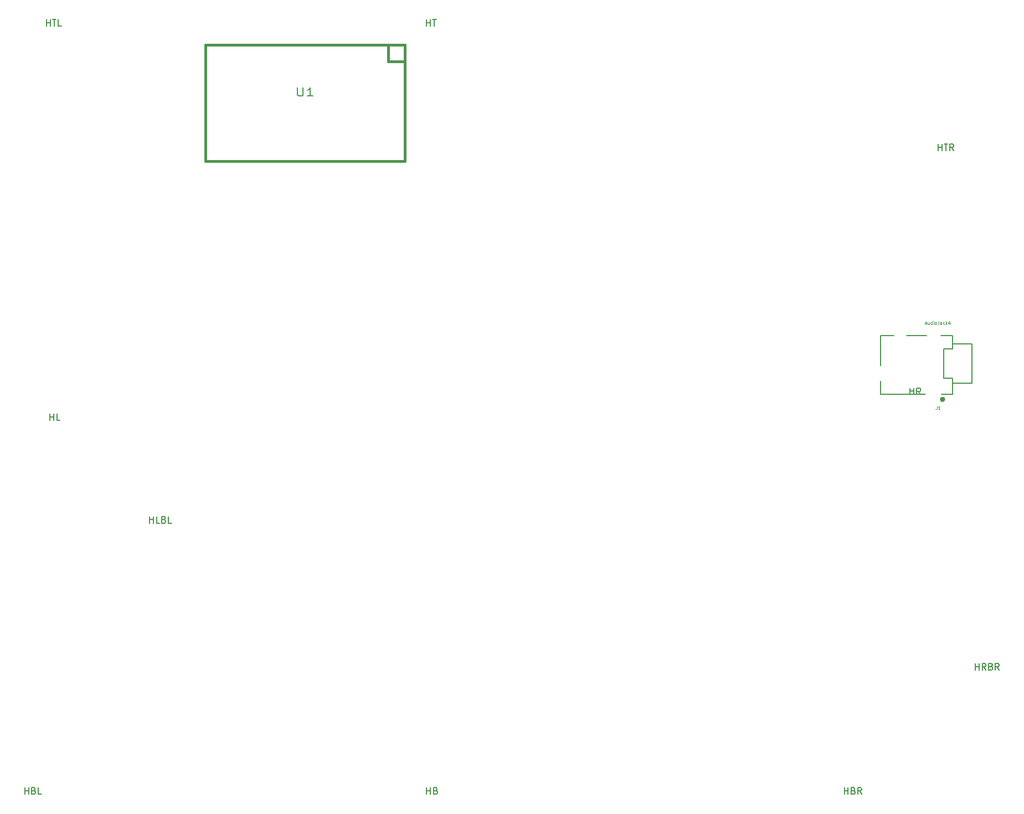
<source format=gbr>
G04 #@! TF.GenerationSoftware,KiCad,Pcbnew,(5.1.4-0-10_14)*
G04 #@! TF.CreationDate,2019-10-23T14:37:35-04:00*
G04 #@! TF.ProjectId,Nomad,4e6f6d61-642e-46b6-9963-61645f706362,rev?*
G04 #@! TF.SameCoordinates,Original*
G04 #@! TF.FileFunction,Legend,Top*
G04 #@! TF.FilePolarity,Positive*
%FSLAX46Y46*%
G04 Gerber Fmt 4.6, Leading zero omitted, Abs format (unit mm)*
G04 Created by KiCad (PCBNEW (5.1.4-0-10_14)) date 2019-10-23 14:37:35*
%MOMM*%
%LPD*%
G04 APERTURE LIST*
%ADD10C,0.400000*%
%ADD11C,0.127000*%
%ADD12C,0.381000*%
%ADD13C,0.150000*%
%ADD14C,0.050000*%
%ADD15C,0.203200*%
G04 APERTURE END LIST*
D10*
X168160000Y-78160000D02*
G75*
G03X168160000Y-78160000I-200000J0D01*
G01*
D11*
X162460000Y-68360000D02*
X165510000Y-68360000D01*
X158460000Y-68360000D02*
X160560000Y-68360000D01*
X158460000Y-73010000D02*
X158460000Y-68360000D01*
X158460000Y-77360000D02*
X158460000Y-75360000D01*
X165360000Y-77360000D02*
X158460000Y-77360000D01*
X172460000Y-75660000D02*
X169460000Y-75660000D01*
X172460000Y-69660000D02*
X172460000Y-75660000D01*
X169460000Y-69660000D02*
X172460000Y-69660000D01*
X169460000Y-68360000D02*
X167710000Y-68360000D01*
X169460000Y-69660000D02*
X169460000Y-68360000D01*
X169460000Y-70410000D02*
X169460000Y-69660000D01*
X168160000Y-70410000D02*
X169460000Y-70410000D01*
X168160000Y-74910000D02*
X168160000Y-70410000D01*
X169460000Y-74910000D02*
X168160000Y-74910000D01*
X169460000Y-75660000D02*
X169460000Y-74910000D01*
X169460000Y-77360000D02*
X169460000Y-75660000D01*
X167760000Y-77360000D02*
X169460000Y-77360000D01*
D12*
X83200000Y-26480000D02*
X83200000Y-23940000D01*
X85740000Y-26480000D02*
X83200000Y-26480000D01*
X55260000Y-41720000D02*
X85740000Y-41720000D01*
X55260000Y-23940000D02*
X55260000Y-41720000D01*
X85740000Y-23940000D02*
X55260000Y-23940000D01*
X85740000Y-41720000D02*
X85740000Y-23940000D01*
D13*
X46754761Y-97072380D02*
X46754761Y-96072380D01*
X46754761Y-96548571D02*
X47326190Y-96548571D01*
X47326190Y-97072380D02*
X47326190Y-96072380D01*
X48278571Y-97072380D02*
X47802380Y-97072380D01*
X47802380Y-96072380D01*
X48945238Y-96548571D02*
X49088095Y-96596190D01*
X49135714Y-96643809D01*
X49183333Y-96739047D01*
X49183333Y-96881904D01*
X49135714Y-96977142D01*
X49088095Y-97024761D01*
X48992857Y-97072380D01*
X48611904Y-97072380D01*
X48611904Y-96072380D01*
X48945238Y-96072380D01*
X49040476Y-96120000D01*
X49088095Y-96167619D01*
X49135714Y-96262857D01*
X49135714Y-96358095D01*
X49088095Y-96453333D01*
X49040476Y-96500952D01*
X48945238Y-96548571D01*
X48611904Y-96548571D01*
X50088095Y-97072380D02*
X49611904Y-97072380D01*
X49611904Y-96072380D01*
X89094285Y-138512380D02*
X89094285Y-137512380D01*
X89094285Y-137988571D02*
X89665714Y-137988571D01*
X89665714Y-138512380D02*
X89665714Y-137512380D01*
X90475238Y-137988571D02*
X90618095Y-138036190D01*
X90665714Y-138083809D01*
X90713333Y-138179047D01*
X90713333Y-138321904D01*
X90665714Y-138417142D01*
X90618095Y-138464761D01*
X90522857Y-138512380D01*
X90141904Y-138512380D01*
X90141904Y-137512380D01*
X90475238Y-137512380D01*
X90570476Y-137560000D01*
X90618095Y-137607619D01*
X90665714Y-137702857D01*
X90665714Y-137798095D01*
X90618095Y-137893333D01*
X90570476Y-137940952D01*
X90475238Y-137988571D01*
X90141904Y-137988571D01*
X152954285Y-138512380D02*
X152954285Y-137512380D01*
X152954285Y-137988571D02*
X153525714Y-137988571D01*
X153525714Y-138512380D02*
X153525714Y-137512380D01*
X154335238Y-137988571D02*
X154478095Y-138036190D01*
X154525714Y-138083809D01*
X154573333Y-138179047D01*
X154573333Y-138321904D01*
X154525714Y-138417142D01*
X154478095Y-138464761D01*
X154382857Y-138512380D01*
X154001904Y-138512380D01*
X154001904Y-137512380D01*
X154335238Y-137512380D01*
X154430476Y-137560000D01*
X154478095Y-137607619D01*
X154525714Y-137702857D01*
X154525714Y-137798095D01*
X154478095Y-137893333D01*
X154430476Y-137940952D01*
X154335238Y-137988571D01*
X154001904Y-137988571D01*
X155573333Y-138512380D02*
X155240000Y-138036190D01*
X155001904Y-138512380D02*
X155001904Y-137512380D01*
X155382857Y-137512380D01*
X155478095Y-137560000D01*
X155525714Y-137607619D01*
X155573333Y-137702857D01*
X155573333Y-137845714D01*
X155525714Y-137940952D01*
X155478095Y-137988571D01*
X155382857Y-138036190D01*
X155001904Y-138036190D01*
X172984285Y-119522380D02*
X172984285Y-118522380D01*
X172984285Y-118998571D02*
X173555714Y-118998571D01*
X173555714Y-119522380D02*
X173555714Y-118522380D01*
X174603333Y-119522380D02*
X174270000Y-119046190D01*
X174031904Y-119522380D02*
X174031904Y-118522380D01*
X174412857Y-118522380D01*
X174508095Y-118570000D01*
X174555714Y-118617619D01*
X174603333Y-118712857D01*
X174603333Y-118855714D01*
X174555714Y-118950952D01*
X174508095Y-118998571D01*
X174412857Y-119046190D01*
X174031904Y-119046190D01*
X175365238Y-118998571D02*
X175508095Y-119046190D01*
X175555714Y-119093809D01*
X175603333Y-119189047D01*
X175603333Y-119331904D01*
X175555714Y-119427142D01*
X175508095Y-119474761D01*
X175412857Y-119522380D01*
X175031904Y-119522380D01*
X175031904Y-118522380D01*
X175365238Y-118522380D01*
X175460476Y-118570000D01*
X175508095Y-118617619D01*
X175555714Y-118712857D01*
X175555714Y-118808095D01*
X175508095Y-118903333D01*
X175460476Y-118950952D01*
X175365238Y-118998571D01*
X175031904Y-118998571D01*
X176603333Y-119522380D02*
X176270000Y-119046190D01*
X176031904Y-119522380D02*
X176031904Y-118522380D01*
X176412857Y-118522380D01*
X176508095Y-118570000D01*
X176555714Y-118617619D01*
X176603333Y-118712857D01*
X176603333Y-118855714D01*
X176555714Y-118950952D01*
X176508095Y-118998571D01*
X176412857Y-119046190D01*
X176031904Y-119046190D01*
X167283333Y-40102380D02*
X167283333Y-39102380D01*
X167283333Y-39578571D02*
X167854761Y-39578571D01*
X167854761Y-40102380D02*
X167854761Y-39102380D01*
X168188095Y-39102380D02*
X168759523Y-39102380D01*
X168473809Y-40102380D02*
X168473809Y-39102380D01*
X169664285Y-40102380D02*
X169330952Y-39626190D01*
X169092857Y-40102380D02*
X169092857Y-39102380D01*
X169473809Y-39102380D01*
X169569047Y-39150000D01*
X169616666Y-39197619D01*
X169664285Y-39292857D01*
X169664285Y-39435714D01*
X169616666Y-39530952D01*
X169569047Y-39578571D01*
X169473809Y-39626190D01*
X169092857Y-39626190D01*
X89073333Y-21092380D02*
X89073333Y-20092380D01*
X89073333Y-20568571D02*
X89644761Y-20568571D01*
X89644761Y-21092380D02*
X89644761Y-20092380D01*
X89978095Y-20092380D02*
X90549523Y-20092380D01*
X90263809Y-21092380D02*
X90263809Y-20092380D01*
X30968571Y-21082380D02*
X30968571Y-20082380D01*
X30968571Y-20558571D02*
X31540000Y-20558571D01*
X31540000Y-21082380D02*
X31540000Y-20082380D01*
X31873333Y-20082380D02*
X32444761Y-20082380D01*
X32159047Y-21082380D02*
X32159047Y-20082380D01*
X33254285Y-21082380D02*
X32778095Y-21082380D01*
X32778095Y-20082380D01*
X27669523Y-138492380D02*
X27669523Y-137492380D01*
X27669523Y-137968571D02*
X28240952Y-137968571D01*
X28240952Y-138492380D02*
X28240952Y-137492380D01*
X29050476Y-137968571D02*
X29193333Y-138016190D01*
X29240952Y-138063809D01*
X29288571Y-138159047D01*
X29288571Y-138301904D01*
X29240952Y-138397142D01*
X29193333Y-138444761D01*
X29098095Y-138492380D01*
X28717142Y-138492380D01*
X28717142Y-137492380D01*
X29050476Y-137492380D01*
X29145714Y-137540000D01*
X29193333Y-137587619D01*
X29240952Y-137682857D01*
X29240952Y-137778095D01*
X29193333Y-137873333D01*
X29145714Y-137920952D01*
X29050476Y-137968571D01*
X28717142Y-137968571D01*
X30193333Y-138492380D02*
X29717142Y-138492380D01*
X29717142Y-137492380D01*
X31509523Y-81332380D02*
X31509523Y-80332380D01*
X31509523Y-80808571D02*
X32080952Y-80808571D01*
X32080952Y-81332380D02*
X32080952Y-80332380D01*
X33033333Y-81332380D02*
X32557142Y-81332380D01*
X32557142Y-80332380D01*
X162984285Y-77402380D02*
X162984285Y-76402380D01*
X162984285Y-76878571D02*
X163555714Y-76878571D01*
X163555714Y-77402380D02*
X163555714Y-76402380D01*
X164603333Y-77402380D02*
X164270000Y-76926190D01*
X164031904Y-77402380D02*
X164031904Y-76402380D01*
X164412857Y-76402380D01*
X164508095Y-76450000D01*
X164555714Y-76497619D01*
X164603333Y-76592857D01*
X164603333Y-76735714D01*
X164555714Y-76830952D01*
X164508095Y-76878571D01*
X164412857Y-76926190D01*
X164031904Y-76926190D01*
D14*
X167084680Y-79210085D02*
X167084680Y-79553369D01*
X167061795Y-79622026D01*
X167016023Y-79667797D01*
X166947366Y-79690683D01*
X166901595Y-79690683D01*
X167565278Y-79690683D02*
X167290651Y-79690683D01*
X167427964Y-79690683D02*
X167427964Y-79210085D01*
X167382193Y-79278742D01*
X167336422Y-79324513D01*
X167290651Y-79347399D01*
X165279742Y-66534050D02*
X165508716Y-66534050D01*
X165233948Y-66671434D02*
X165394229Y-66190590D01*
X165554510Y-66671434D01*
X165920868Y-66350872D02*
X165920868Y-66671434D01*
X165714792Y-66350872D02*
X165714792Y-66602742D01*
X165737689Y-66648537D01*
X165783484Y-66671434D01*
X165852176Y-66671434D01*
X165897970Y-66648537D01*
X165920868Y-66625640D01*
X166355917Y-66671434D02*
X166355917Y-66190590D01*
X166355917Y-66648537D02*
X166310122Y-66671434D01*
X166218533Y-66671434D01*
X166172738Y-66648537D01*
X166149841Y-66625640D01*
X166126944Y-66579845D01*
X166126944Y-66442461D01*
X166149841Y-66396666D01*
X166172738Y-66373769D01*
X166218533Y-66350872D01*
X166310122Y-66350872D01*
X166355917Y-66373769D01*
X166584890Y-66671434D02*
X166584890Y-66350872D01*
X166584890Y-66190590D02*
X166561993Y-66213488D01*
X166584890Y-66236385D01*
X166607788Y-66213488D01*
X166584890Y-66190590D01*
X166584890Y-66236385D01*
X166882556Y-66671434D02*
X166836761Y-66648537D01*
X166813864Y-66625640D01*
X166790966Y-66579845D01*
X166790966Y-66442461D01*
X166813864Y-66396666D01*
X166836761Y-66373769D01*
X166882556Y-66350872D01*
X166951248Y-66350872D01*
X166997042Y-66373769D01*
X167019940Y-66396666D01*
X167042837Y-66442461D01*
X167042837Y-66579845D01*
X167019940Y-66625640D01*
X166997042Y-66648537D01*
X166951248Y-66671434D01*
X166882556Y-66671434D01*
X167386297Y-66190590D02*
X167386297Y-66534050D01*
X167363400Y-66602742D01*
X167317605Y-66648537D01*
X167248913Y-66671434D01*
X167203118Y-66671434D01*
X167821346Y-66671434D02*
X167821346Y-66419564D01*
X167798449Y-66373769D01*
X167752654Y-66350872D01*
X167661065Y-66350872D01*
X167615270Y-66373769D01*
X167821346Y-66648537D02*
X167775552Y-66671434D01*
X167661065Y-66671434D01*
X167615270Y-66648537D01*
X167592373Y-66602742D01*
X167592373Y-66556948D01*
X167615270Y-66511153D01*
X167661065Y-66488256D01*
X167775552Y-66488256D01*
X167821346Y-66465358D01*
X168256396Y-66648537D02*
X168210601Y-66671434D01*
X168119012Y-66671434D01*
X168073217Y-66648537D01*
X168050320Y-66625640D01*
X168027422Y-66579845D01*
X168027422Y-66442461D01*
X168050320Y-66396666D01*
X168073217Y-66373769D01*
X168119012Y-66350872D01*
X168210601Y-66350872D01*
X168256396Y-66373769D01*
X168462472Y-66671434D02*
X168462472Y-66190590D01*
X168508266Y-66488256D02*
X168645650Y-66671434D01*
X168645650Y-66350872D02*
X168462472Y-66534050D01*
X169057802Y-66350872D02*
X169057802Y-66671434D01*
X168943316Y-66167693D02*
X168828829Y-66511153D01*
X169126494Y-66511153D01*
D15*
X69338857Y-30509523D02*
X69338857Y-31537619D01*
X69411428Y-31658571D01*
X69484000Y-31719047D01*
X69629142Y-31779523D01*
X69919428Y-31779523D01*
X70064571Y-31719047D01*
X70137142Y-31658571D01*
X70209714Y-31537619D01*
X70209714Y-30509523D01*
X71733714Y-31779523D02*
X70862857Y-31779523D01*
X71298285Y-31779523D02*
X71298285Y-30509523D01*
X71153142Y-30690952D01*
X71008000Y-30811904D01*
X70862857Y-30872380D01*
M02*

</source>
